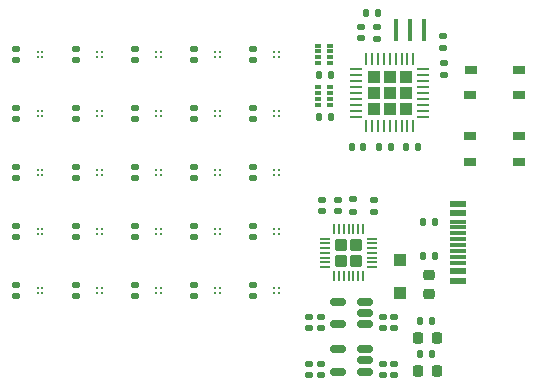
<source format=gtp>
G04 #@! TF.GenerationSoftware,KiCad,Pcbnew,(7.0.0)*
G04 #@! TF.CreationDate,2024-04-08T21:26:30+08:00*
G04 #@! TF.ProjectId,LocateMagnet,4c6f6361-7465-44d6-9167-6e65742e6b69,2.0*
G04 #@! TF.SameCoordinates,Original*
G04 #@! TF.FileFunction,Paste,Top*
G04 #@! TF.FilePolarity,Positive*
%FSLAX46Y46*%
G04 Gerber Fmt 4.6, Leading zero omitted, Abs format (unit mm)*
G04 Created by KiCad (PCBNEW (7.0.0)) date 2024-04-08 21:26:30*
%MOMM*%
%LPD*%
G01*
G04 APERTURE LIST*
G04 Aperture macros list*
%AMRoundRect*
0 Rectangle with rounded corners*
0 $1 Rounding radius*
0 $2 $3 $4 $5 $6 $7 $8 $9 X,Y pos of 4 corners*
0 Add a 4 corners polygon primitive as box body*
4,1,4,$2,$3,$4,$5,$6,$7,$8,$9,$2,$3,0*
0 Add four circle primitives for the rounded corners*
1,1,$1+$1,$2,$3*
1,1,$1+$1,$4,$5*
1,1,$1+$1,$6,$7*
1,1,$1+$1,$8,$9*
0 Add four rect primitives between the rounded corners*
20,1,$1+$1,$2,$3,$4,$5,0*
20,1,$1+$1,$4,$5,$6,$7,0*
20,1,$1+$1,$6,$7,$8,$9,0*
20,1,$1+$1,$8,$9,$2,$3,0*%
G04 Aperture macros list end*
%ADD10RoundRect,0.140000X-0.170000X0.140000X-0.170000X-0.140000X0.170000X-0.140000X0.170000X0.140000X0*%
%ADD11RoundRect,0.140000X0.170000X-0.140000X0.170000X0.140000X-0.170000X0.140000X-0.170000X-0.140000X0*%
%ADD12C,0.250000*%
%ADD13R,0.400000X1.900000*%
%ADD14R,1.450000X0.600000*%
%ADD15R,1.450000X0.300000*%
%ADD16RoundRect,0.150000X0.512500X0.150000X-0.512500X0.150000X-0.512500X-0.150000X0.512500X-0.150000X0*%
%ADD17RoundRect,0.135000X0.135000X0.185000X-0.135000X0.185000X-0.135000X-0.185000X0.135000X-0.185000X0*%
%ADD18RoundRect,0.218750X-0.218750X-0.256250X0.218750X-0.256250X0.218750X0.256250X-0.218750X0.256250X0*%
%ADD19RoundRect,0.135000X0.185000X-0.135000X0.185000X0.135000X-0.185000X0.135000X-0.185000X-0.135000X0*%
%ADD20R,0.500000X0.320000*%
%ADD21R,1.050000X0.650000*%
%ADD22R,1.100000X1.100000*%
%ADD23RoundRect,0.135000X-0.135000X-0.185000X0.135000X-0.185000X0.135000X0.185000X-0.135000X0.185000X0*%
%ADD24RoundRect,0.250000X-0.300000X0.300000X-0.300000X-0.300000X0.300000X-0.300000X0.300000X0.300000X0*%
%ADD25RoundRect,0.062500X-0.062500X0.475000X-0.062500X-0.475000X0.062500X-0.475000X0.062500X0.475000X0*%
%ADD26RoundRect,0.062500X-0.475000X0.062500X-0.475000X-0.062500X0.475000X-0.062500X0.475000X0.062500X0*%
%ADD27RoundRect,0.218750X-0.256250X0.218750X-0.256250X-0.218750X0.256250X-0.218750X0.256250X0.218750X0*%
%ADD28RoundRect,0.140000X0.140000X0.170000X-0.140000X0.170000X-0.140000X-0.170000X0.140000X-0.170000X0*%
%ADD29RoundRect,0.250000X-0.275000X-0.275000X0.275000X-0.275000X0.275000X0.275000X-0.275000X0.275000X0*%
%ADD30RoundRect,0.050000X-0.337400X-0.050000X0.337400X-0.050000X0.337400X0.050000X-0.337400X0.050000X0*%
%ADD31RoundRect,0.050000X-0.050000X-0.337400X0.050000X-0.337400X0.050000X0.337400X-0.050000X0.337400X0*%
%ADD32RoundRect,0.050200X-0.050200X-0.337200X0.050200X-0.337200X0.050200X0.337200X-0.050200X0.337200X0*%
%ADD33RoundRect,0.140000X-0.140000X-0.170000X0.140000X-0.170000X0.140000X0.170000X-0.140000X0.170000X0*%
%ADD34RoundRect,0.135000X-0.185000X0.135000X-0.185000X-0.135000X0.185000X-0.135000X0.185000X0.135000X0*%
G04 APERTURE END LIST*
D10*
X109800000Y-76420000D03*
X109800000Y-77380000D03*
D11*
X97800000Y-50680000D03*
X97800000Y-49720000D03*
D12*
X99600000Y-65000000D03*
X100000000Y-65000000D03*
X99600000Y-65400000D03*
X100000000Y-65400000D03*
D11*
X87800000Y-65680000D03*
X87800000Y-64720000D03*
D13*
X109899999Y-48162499D03*
X111099999Y-48162499D03*
X112299999Y-48162499D03*
D11*
X87800000Y-60680000D03*
X87800000Y-59720000D03*
D14*
X115154999Y-69349999D03*
X115154999Y-68549999D03*
D15*
X115154999Y-67349999D03*
X115154999Y-66349999D03*
X115154999Y-65849999D03*
X115154999Y-64849999D03*
D14*
X115154999Y-63649999D03*
X115154999Y-62849999D03*
X115154999Y-62849999D03*
X115154999Y-63649999D03*
D15*
X115154999Y-64349999D03*
X115154999Y-65349999D03*
X115154999Y-66849999D03*
X115154999Y-67849999D03*
D14*
X115154999Y-68549999D03*
X115154999Y-69349999D03*
D12*
X89600000Y-50000000D03*
X90000000Y-50000000D03*
X89600000Y-50400000D03*
X90000000Y-50400000D03*
D11*
X82800000Y-50680000D03*
X82800000Y-49720000D03*
X103600000Y-73380000D03*
X103600000Y-72420000D03*
D12*
X84600000Y-70000000D03*
X85000000Y-70000000D03*
X84600000Y-70400000D03*
X85000000Y-70400000D03*
D16*
X107337500Y-77050000D03*
X107337500Y-76100000D03*
X107337500Y-75150000D03*
X105062500Y-75150000D03*
X105062500Y-77050000D03*
D12*
X89600000Y-70000000D03*
X90000000Y-70000000D03*
X89600000Y-70400000D03*
X90000000Y-70400000D03*
X99600000Y-70000000D03*
X100000000Y-70000000D03*
X99600000Y-70400000D03*
X100000000Y-70400000D03*
X94600000Y-50000000D03*
X95000000Y-50000000D03*
X94600000Y-50400000D03*
X95000000Y-50400000D03*
D11*
X77800000Y-50680000D03*
X77800000Y-49720000D03*
X102600000Y-77380000D03*
X102600000Y-76420000D03*
D17*
X104435000Y-55475000D03*
X103415000Y-55475000D03*
D18*
X111812500Y-77000000D03*
X113387500Y-77000000D03*
D19*
X108300000Y-48872500D03*
X108300000Y-47852500D03*
D11*
X103600000Y-77380000D03*
X103600000Y-76420000D03*
D20*
X103349999Y-49449999D03*
X103349999Y-49949999D03*
X103349999Y-50449999D03*
X103349999Y-50949999D03*
X104349999Y-50949999D03*
X104349999Y-50449999D03*
X104349999Y-49949999D03*
X104349999Y-49449999D03*
D12*
X99600000Y-60000000D03*
X100000000Y-60000000D03*
X99600000Y-60400000D03*
X100000000Y-60400000D03*
X89600000Y-60000000D03*
X90000000Y-60000000D03*
X89600000Y-60400000D03*
X90000000Y-60400000D03*
X79600000Y-50000000D03*
X80000000Y-50000000D03*
X79600000Y-50400000D03*
X80000000Y-50400000D03*
D17*
X113210000Y-67300000D03*
X112190000Y-67300000D03*
D11*
X82800000Y-60680000D03*
X82800000Y-59720000D03*
D17*
X104435000Y-51975000D03*
X103415000Y-51975000D03*
D21*
X120374999Y-53674999D03*
X116224999Y-53674999D03*
X120374999Y-51524999D03*
X116249999Y-51524999D03*
D12*
X84600000Y-60000000D03*
X85000000Y-60000000D03*
X84600000Y-60400000D03*
X85000000Y-60400000D03*
D22*
X110299999Y-70399999D03*
X110299999Y-67599999D03*
D23*
X111990000Y-75600000D03*
X113010000Y-75600000D03*
D11*
X77800000Y-65680000D03*
X77800000Y-64720000D03*
D24*
X110770000Y-52092500D03*
X109400000Y-52092500D03*
X108030000Y-52092500D03*
X110770000Y-53462500D03*
X109400000Y-53462500D03*
X108030000Y-53462500D03*
X110770000Y-54832500D03*
X109400000Y-54832500D03*
X108030000Y-54832500D03*
D25*
X111400000Y-50625000D03*
X110900000Y-50625000D03*
X110400000Y-50625000D03*
X109900000Y-50625000D03*
X109400000Y-50625000D03*
X108900000Y-50625000D03*
X108400000Y-50625000D03*
X107900000Y-50625000D03*
X107400000Y-50625000D03*
D26*
X106562500Y-51462500D03*
X106562500Y-51962500D03*
X106562500Y-52462500D03*
X106562500Y-52962500D03*
X106562500Y-53462500D03*
X106562500Y-53962500D03*
X106562500Y-54462500D03*
X106562500Y-54962500D03*
X106562500Y-55462500D03*
D25*
X107400000Y-56300000D03*
X107900000Y-56300000D03*
X108400000Y-56300000D03*
X108900000Y-56300000D03*
X109400000Y-56300000D03*
X109900000Y-56300000D03*
X110400000Y-56300000D03*
X110900000Y-56300000D03*
X111400000Y-56300000D03*
D26*
X112237500Y-55462500D03*
X112237500Y-54962500D03*
X112237500Y-54462500D03*
X112237500Y-53962500D03*
X112237500Y-53462500D03*
X112237500Y-52962500D03*
X112237500Y-52462500D03*
X112237500Y-51962500D03*
X112237500Y-51462500D03*
D12*
X89600000Y-65000000D03*
X90000000Y-65000000D03*
X89600000Y-65400000D03*
X90000000Y-65400000D03*
X94600000Y-70000000D03*
X95000000Y-70000000D03*
X94600000Y-70400000D03*
X95000000Y-70400000D03*
X79600000Y-65000000D03*
X80000000Y-65000000D03*
X79600000Y-65400000D03*
X80000000Y-65400000D03*
X79600000Y-60000000D03*
X80000000Y-60000000D03*
X79600000Y-60400000D03*
X80000000Y-60400000D03*
D11*
X103700000Y-63470000D03*
X103700000Y-62510000D03*
D17*
X113210000Y-64400000D03*
X112190000Y-64400000D03*
D12*
X79600000Y-55000000D03*
X80000000Y-55000000D03*
X79600000Y-55400000D03*
X80000000Y-55400000D03*
D11*
X87800000Y-50680000D03*
X87800000Y-49720000D03*
D19*
X108100000Y-63510000D03*
X108100000Y-62490000D03*
D11*
X82800000Y-55680000D03*
X82800000Y-54720000D03*
D20*
X103349999Y-52974999D03*
X103349999Y-53474999D03*
X103349999Y-53974999D03*
X103349999Y-54474999D03*
X104349999Y-54474999D03*
X104349999Y-53974999D03*
X104349999Y-53474999D03*
X104349999Y-52974999D03*
D11*
X109800000Y-73380000D03*
X109800000Y-72420000D03*
D12*
X94600000Y-65000000D03*
X95000000Y-65000000D03*
X94600000Y-65400000D03*
X95000000Y-65400000D03*
D19*
X113975000Y-51960000D03*
X113975000Y-50940000D03*
D16*
X107337500Y-73050000D03*
X107337500Y-72100000D03*
X107337500Y-71150000D03*
X105062500Y-71150000D03*
X105062500Y-73050000D03*
D11*
X87800000Y-55680000D03*
X87800000Y-54720000D03*
X87800000Y-70680000D03*
X87800000Y-69720000D03*
D23*
X111990000Y-72800000D03*
X113010000Y-72800000D03*
D27*
X112700000Y-68912500D03*
X112700000Y-70487500D03*
D11*
X97800000Y-70680000D03*
X97800000Y-69720000D03*
D12*
X84600000Y-55000000D03*
X85000000Y-55000000D03*
X84600000Y-55400000D03*
X85000000Y-55400000D03*
D11*
X92800000Y-65680000D03*
X92800000Y-64720000D03*
D12*
X94600000Y-60000000D03*
X95000000Y-60000000D03*
X94600000Y-60400000D03*
X95000000Y-60400000D03*
D11*
X82800000Y-70680000D03*
X82800000Y-69720000D03*
D28*
X108380000Y-46662500D03*
X107420000Y-46662500D03*
D29*
X105262400Y-66350000D03*
X105262400Y-67650000D03*
X106562400Y-66350000D03*
X106562400Y-67650000D03*
D30*
X103924800Y-65800000D03*
X103924800Y-66200000D03*
X103924800Y-66600000D03*
X103924800Y-67000000D03*
X103924800Y-67400000D03*
X103924800Y-67800000D03*
X103924800Y-68200000D03*
D31*
X104712400Y-68987600D03*
X105112400Y-68987600D03*
X105512400Y-68987600D03*
D32*
X105913600Y-68987600D03*
D31*
X106312400Y-68987600D03*
X106712400Y-68987600D03*
X107112400Y-68987600D03*
D30*
X107900000Y-68200000D03*
X107900000Y-67800000D03*
X107900000Y-67400000D03*
X107900000Y-67000000D03*
X107900000Y-66600000D03*
X107900000Y-66200000D03*
X107900000Y-65800000D03*
D31*
X107112400Y-65012400D03*
X106712400Y-65012400D03*
X106312400Y-65012400D03*
X105912400Y-65012400D03*
X105512400Y-65012400D03*
X105112400Y-65012400D03*
X104712400Y-65012400D03*
D11*
X77800000Y-55680000D03*
X77800000Y-54720000D03*
X102600000Y-73380000D03*
X102600000Y-72420000D03*
X107000000Y-48842500D03*
X107000000Y-47882500D03*
D12*
X84600000Y-65000000D03*
X85000000Y-65000000D03*
X84600000Y-65400000D03*
X85000000Y-65400000D03*
D11*
X82800000Y-65680000D03*
X82800000Y-64720000D03*
X105000000Y-63470000D03*
X105000000Y-62510000D03*
X77800000Y-70680000D03*
X77800000Y-69720000D03*
D12*
X79600000Y-70000000D03*
X80000000Y-70000000D03*
X79600000Y-70400000D03*
X80000000Y-70400000D03*
D11*
X92800000Y-55680000D03*
X92800000Y-54720000D03*
X92800000Y-50680000D03*
X92800000Y-49720000D03*
D21*
X116224999Y-57124999D03*
X120374999Y-57124999D03*
X116224999Y-59274999D03*
X120349999Y-59274999D03*
D11*
X92800000Y-60680000D03*
X92800000Y-59720000D03*
D33*
X108520000Y-58032500D03*
X109480000Y-58032500D03*
D28*
X111780000Y-58062500D03*
X110820000Y-58062500D03*
X107180000Y-58062500D03*
X106220000Y-58062500D03*
D11*
X97800000Y-65680000D03*
X97800000Y-64720000D03*
D12*
X99600000Y-55000000D03*
X100000000Y-55000000D03*
X99600000Y-55400000D03*
X100000000Y-55400000D03*
D34*
X106300000Y-62480000D03*
X106300000Y-63500000D03*
D12*
X89600000Y-55000000D03*
X90000000Y-55000000D03*
X89600000Y-55400000D03*
X90000000Y-55400000D03*
D11*
X77800000Y-60680000D03*
X77800000Y-59720000D03*
X97800000Y-60680000D03*
X97800000Y-59720000D03*
D12*
X84600000Y-50000000D03*
X85000000Y-50000000D03*
X84600000Y-50400000D03*
X85000000Y-50400000D03*
D11*
X97800000Y-55680000D03*
X97800000Y-54720000D03*
D10*
X108800000Y-76420000D03*
X108800000Y-77380000D03*
D18*
X111812500Y-74200000D03*
X113387500Y-74200000D03*
D12*
X94600000Y-55000000D03*
X95000000Y-55000000D03*
X94600000Y-55400000D03*
X95000000Y-55400000D03*
D11*
X92800000Y-70680000D03*
X92800000Y-69720000D03*
X108800000Y-73380000D03*
X108800000Y-72420000D03*
D12*
X99600000Y-50000000D03*
X100000000Y-50000000D03*
X99600000Y-50400000D03*
X100000000Y-50400000D03*
D11*
X113950000Y-49630000D03*
X113950000Y-48670000D03*
M02*

</source>
